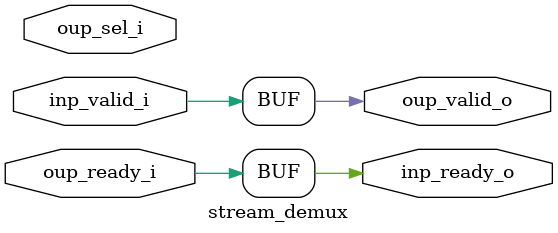
<source format=sv>


module stream_demux #(
  parameter integer N_OUP = 1,
  /// Dependent parameters, DO NOT OVERRIDE!
  localparam integer LOG_N_OUP = (N_OUP > 1) ? $clog2(N_OUP) : 1
) (
  input  logic                  inp_valid_i,
  output logic                  inp_ready_o,

  input  logic  [LOG_N_OUP-1:0] oup_sel_i,

  output logic  [N_OUP-1:0]     oup_valid_o,
  input  logic  [N_OUP-1:0]     oup_ready_i
);

  if (N_OUP == 1) begin
    assign oup_valid_o = inp_valid_i;
    assign inp_ready_o = oup_ready_i;
  end else begin
    always_comb begin
      oup_valid_o = '0;
      oup_valid_o[oup_sel_i] = inp_valid_i;
    end
    assign inp_ready_o = oup_ready_i[oup_sel_i];
  end
endmodule

</source>
